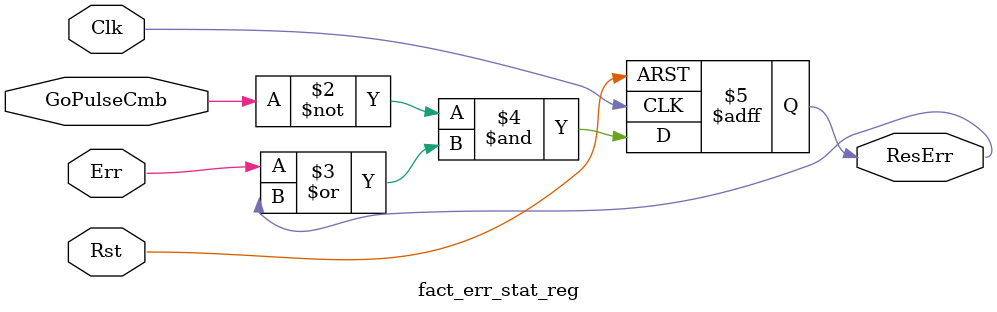
<source format=v>
`timescale 1ns / 1ps

module fact_err_stat_reg(
        input           Clk, Rst, GoPulseCmb, Err,
        output  reg     ResErr
    );
    
    always @ (posedge Clk, posedge Rst) 
    begin
        if (Rst)
            ResErr <= 1'b0;
        else
            ResErr <= (~GoPulseCmb) & (Err | ResErr);
    end
endmodule

</source>
